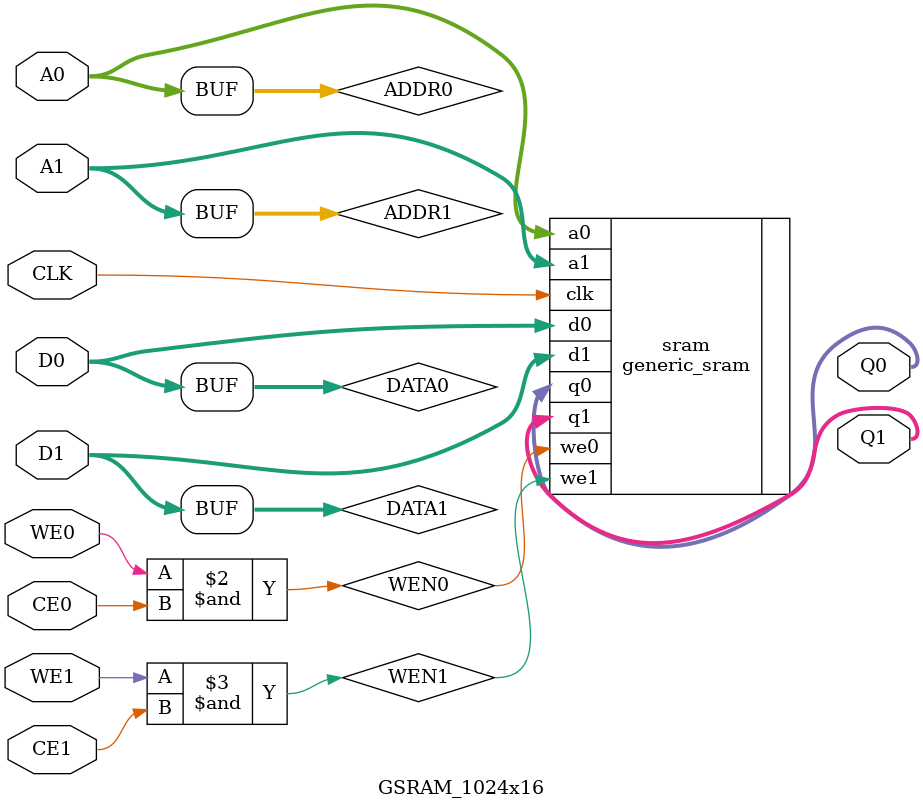
<source format=v>
`timescale 1 ps / 1 ps
module GSRAM_1024x16( CLK, A0, D0, Q0, WE0, CE0, A1, D1, Q1, WE1, CE1 );

    input CLK;
    input [9:0] A0;
    input [15:0] D0;
    output [15:0] Q0;
    input WE0;
    input CE0;
    input [9:0] A1;
    input [15:0] D1;
    output [15:0] Q1;
    input WE1;
    input CE1;

    reg [9:0]  ADDR0;
    reg [9:0]  ADDR1;
    reg WEN0;
    reg WEN1;
    reg [15:0] DATA0;
    reg [15:0] DATA1;

    always @(*) begin
	#5
	ADDR0 = A0;
	ADDR1 = A1;
	WEN0 = WE0 & CE0;
	WEN1 = WE1 & CE1;
	DATA0 = D0;
	DATA1 = D1;
    end
  
    // generic SRAM for comp-kernel-only synthesis
    generic_sram
        #(
          .abits(10),
          .dbits(16)
         )
    sram
        (
         .clk(CLK),
         .a0(ADDR0),
         .a1(ADDR1),
         .d0(DATA0),
         .d1(DATA1),
         .q0(Q0),
         .q1(Q1),
         .we0(WEN0),
         .we1(WEN1)
        );

endmodule

</source>
